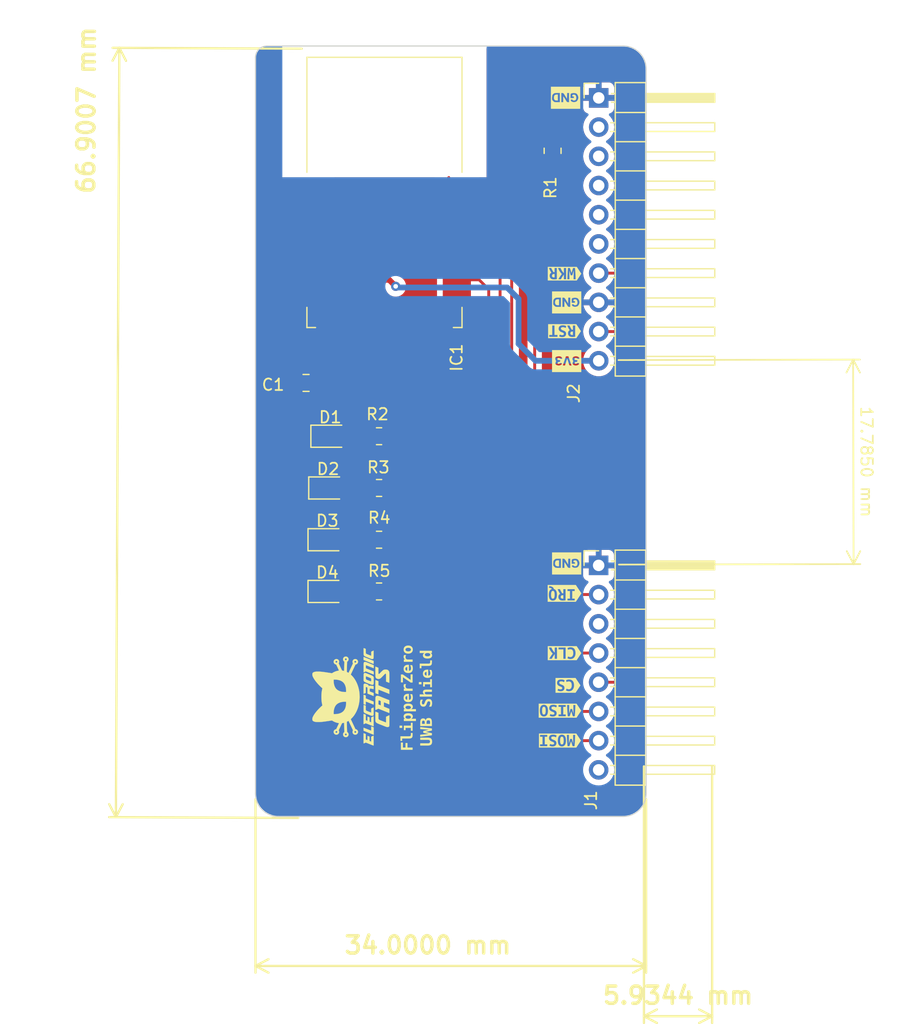
<source format=kicad_pcb>
(kicad_pcb (version 20221018) (generator pcbnew)
  (layers (0 "F.Cu" signal) (31 "B.Cu" signal) (34 "B.Paste" user) (35 "F.Paste" user) (36 "B.SilkS" user "B.Silkscreen") (37 "F.SilkS" user "F.Silkscreen") (38 "B.Mask" user) (39 "F.Mask" user) (44 "Edge.Cuts" user))
  (net 0 "")
  (net 2 "Net-(D1-A)")
  (net 3 "/RSTN")
  (net 5 "+3.3V")
  (net 6 "GND")
  (net 10 "Net-(D2-A)")
  (net 11 "Net-(D3-A)")
  (net 12 "Net-(D4-A)")
  (net 13 "/WKP")
  (net 14 "/CS")
  (net 15 "/MOSI")
  (net 16 "/MISO")
  (net 17 "/CLK")
  (net 18 "/IRQ")
  (net 19 "+5V")
  (net 20 "/LED1")
  (net 21 "/LED2")
  (net 22 "/LED3")
  (net 23 "/LED4")
  (footprint "Aesthetics:GND" (layer "F.Cu") (at 151.1 108 180)
    (fp_text reference "G***" hide)
    (fp_text value "LOGO" hide)
  )
  (footprint "Resistor_SMD:R_0805_2012Metric" (layer "F.Cu") (at 134.7545 105.935 180)
    (fp_text reference "R4" (at -0.0155 1.9055) (layer "F.SilkS"))
    (fp_text value "1K")
    (pad "1" smd roundrect (at -0.9125 0 180) (size 1.025 1.4) (layers "F.Cu" "F.Paste" "F.Mask") (roundrect_rratio 0.243902) (net 22 "/LED3"))
    (pad "2" smd roundrect (at 0.9125 0 180) (size 1.025 1.4) (layers "F.Cu" "F.Paste" "F.Mask") (roundrect_rratio 0.243902) (net 11 "Net-(D3-A)"))
  )
  (footprint "LED_SMD:LED_0805_2012Metric" (layer "F.Cu") (at 130.5045 96.935)
    (fp_text reference "D1" (at 0 -1.65) (layer "F.SilkS"))
    (fp_text value "LED")
    (pad "1" smd roundrect (at -0.9375 0) (size 0.975 1.4) (layers "F.Cu" "F.Paste" "F.Mask") (net 6 "GND"))
    (pad "2" smd roundrect (at 0.9375 0) (size 0.975 1.4) (layers "F.Cu" "F.Paste" "F.Mask") (net 2 "Net-(D1-A)"))
  )
  (footprint "Capacitor_SMD:C_0805_2012Metric" (layer "F.Cu") (at 128.4 92.3)
    (fp_text reference "C1" (at -2.87 0.16) (layer "F.SilkS"))
    (fp_text value "100uF")
    (pad "1" smd roundrect (at -0.95 0) (size 1 1.45) (layers "F.Cu" "F.Paste" "F.Mask") (net 5 "+3.3V"))
    (pad "2" smd roundrect (at 0.95 0) (size 1 1.45) (layers "F.Cu" "F.Paste" "F.Mask") (net 6 "GND"))
  )
  (footprint "kibuzzard-644AA622" (layer "F.Cu") (at 150.5 120.8 180)
    (fp_text reference "kibuzzard-644AA622" hide)
    (fp_text value "G***" hide)
  )
  (footprint "LED_SMD:LED_0805_2012Metric" (layer "F.Cu") (at 130.317 101.435)
    (fp_text reference "D2" (at 0 -1.65) (layer "F.SilkS"))
    (fp_text value "LED")
    (pad "1" smd roundrect (at -0.9375 0) (size 0.975 1.4) (layers "F.Cu" "F.Paste" "F.Mask") (net 6 "GND"))
    (pad "2" smd roundrect (at 0.9375 0) (size 0.975 1.4) (layers "F.Cu" "F.Paste" "F.Mask") (net 10 "Net-(D2-A)"))
  )
  (footprint "kibuzzard-644AA606" (layer "F.Cu") (at 151.2 118.6 180)
    (fp_text reference "kibuzzard-644AA606" hide)
    (fp_text value "G***" hide)
  )
  (footprint "kibuzzard-644AA5E2" (layer "F.Cu") (at 150.9 82.8 180)
    (fp_text reference "kibuzzard-644AA5E2" hide)
    (fp_text value "G***" hide)
  )
  (footprint "kibuzzard-644AA610" (layer "F.Cu") (at 150.9 115.8 180)
    (fp_text reference "kibuzzard-644AA610" hide)
    (fp_text value "G***" hide)
  )
  (footprint "LED_SMD:LED_0805_2012Metric" (layer "F.Cu") (at 130.2545 110.435)
    (fp_text reference "D4" (at 0 -1.65) (layer "F.SilkS"))
    (fp_text value "LED")
    (pad "1" smd roundrect (at -0.9375 0) (size 0.975 1.4) (layers "F.Cu" "F.Paste" "F.Mask") (net 6 "GND"))
    (pad "2" smd roundrect (at 0.9375 0) (size 0.975 1.4) (layers "F.Cu" "F.Paste" "F.Mask") (net 12 "Net-(D4-A)"))
  )
  (footprint "Resistor_SMD:R_0805_2012Metric" (layer "F.Cu") (at 134.7545 110.435 180)
    (fp_text reference "R5" (at -0.0155 1.7855) (layer "F.SilkS"))
    (fp_text value "1K")
    (pad "1" smd roundrect (at -0.9125 0 180) (size 1.025 1.4) (layers "F.Cu" "F.Paste" "F.Mask") (roundrect_rratio 0.243902) (net 23 "/LED4"))
    (pad "2" smd roundrect (at 0.9125 0 180) (size 1.025 1.4) (layers "F.Cu" "F.Paste" "F.Mask") (roundrect_rratio 0.243902) (net 12 "Net-(D4-A)"))
  )
  (footprint "kibuzzard-644AA5EC" (layer "F.Cu") (at 150.9 87.8 180)
    (fp_text reference "kibuzzard-644AA5EC" hide)
    (fp_text value "G***" hide)
  )
  (footprint "Resistor_SMD:R_0805_2012Metric" (layer "F.Cu") (at 134.7545 96.935 180)
    (fp_text reference "R2" (at 0.1405 1.9115) (layer "F.SilkS"))
    (fp_text value "1K")
    (pad "1" smd roundrect (at -0.9125 0 180) (size 1.025 1.4) (layers "F.Cu" "F.Paste" "F.Mask") (roundrect_rratio 0.243902) (net 20 "/LED1"))
    (pad "2" smd roundrect (at 0.9125 0 180) (size 1.025 1.4) (layers "F.Cu" "F.Paste" "F.Mask") (roundrect_rratio 0.243902) (net 2 "Net-(D1-A)"))
  )
  (footprint "Resistor_SMD:R_0805_2012Metric" (layer "F.Cu") (at 149.86 72.1146 90)
    (fp_text reference "R1" (at -3.2125 -0.19 90) (layer "F.SilkS"))
    (fp_text value "1K")
    (pad "1" smd roundrect (at -0.9125 0 90) (size 1.025 1.4) (layers "F.Cu" "F.Paste" "F.Mask") (roundrect_rratio 0.243902) (net 18 "/IRQ"))
    (pad "2" smd roundrect (at 0.9125 0 90) (size 1.025 1.4) (layers "F.Cu" "F.Paste" "F.Mask") (roundrect_rratio 0.243902) (net 6 "GND"))
  )
  (footprint "Aesthetics:3v3" (layer "F.Cu") (at 151.1 90.4 180)
    (fp_text reference "G***" hide)
    (fp_text value "LOGO" hide)
  )
  (footprint "Connector_PinHeader_2.54mm:PinHeader_1x10_P2.54mm_Horizontal" (layer "F.Cu") (at 153.8732 67.5132)
    (fp_text reference "J2" (at -2.1732 25.6868 90) (layer "F.SilkS"))
    (fp_text value "Conn_01x10_Socket")
    (pad "1" thru_hole rect (at 0 0) (size 1.7 1.7) (drill 1) (layers "*.Cu" "*.Mask") (net 6 "GND"))
    (pad "2" thru_hole oval (at 0 2.54) (size 1.7 1.7) (drill 1) (layers "*.Cu" "*.Mask"))
    (pad "3" thru_hole oval (at 0 5.08) (size 1.7 1.7) (drill 1) (layers "*.Cu" "*.Mask"))
    (pad "4" thru_hole oval (at 0 7.62) (size 1.7 1.7) (drill 1) (layers "*.Cu" "*.Mask"))
    (pad "5" thru_hole oval (at 0 10.16) (size 1.7 1.7) (drill 1) (layers "*.Cu" "*.Mask"))
    (pad "6" thru_hole oval (at 0 12.7) (size 1.7 1.7) (drill 1) (layers "*.Cu" "*.Mask"))
    (pad "7" thru_hole oval (at 0 15.24) (size 1.7 1.7) (drill 1) (layers "*.Cu" "*.Mask") (net 13 "/WKP"))
    (pad "8" thru_hole oval (at 0 17.78) (size 1.7 1.7) (drill 1) (layers "*.Cu" "*.Mask") (net 6 "GND"))
    (pad "9" thru_hole oval (at 0 20.32) (size 1.7 1.7) (drill 1) (layers "*.Cu" "*.Mask") (net 3 "/RSTN"))
    (pad "10" thru_hole oval (at 0 22.86) (size 1.7 1.7) (drill 1) (layers "*.Cu" "*.Mask") (net 5 "+3.3V"))
  )
  (footprint "LED_SMD:LED_0805_2012Metric" (layer "F.Cu") (at 130.2545 105.935)
    (fp_text reference "D3" (at 0 -1.65) (layer "F.SilkS"))
    (fp_text value "LED")
    (pad "1" smd roundrect (at -0.9375 0) (size 0.975 1.4) (layers "F.Cu" "F.Paste" "F.Mask") (net 6 "GND"))
    (pad "2" smd roundrect (at 0.9375 0) (size 0.975 1.4) (layers "F.Cu" "F.Paste" "F.Mask") (net 11 "Net-(D3-A)"))
  )
  (footprint "Aesthetics:electronic_cats_logo_8x6" (layer "F.Cu") (at 132.3 119.6 90)
    (fp_text reference "G***" hide)
    (fp_text value "LOGO" hide)
  )
  (footprint "Connector_PinHeader_2.54mm:PinHeader_1x08_P2.54mm_Horizontal" (layer "F.Cu") (at 153.867 108.1682)
    (fp_text reference "J1" (at -0.667 20.4318 90) (layer "F.SilkS"))
    (fp_text value "Conn_01x08_Socket")
    (pad "1" thru_hole rect (at 0 0) (size 1.7 1.7) (drill 1) (layers "*.Cu" "*.Mask") (net 6 "GND"))
    (pad "2" thru_hole oval (at 0 2.54) (size 1.7 1.7) (drill 1) (layers "*.Cu" "*.Mask") (net 18 "/IRQ"))
    (pad "3" thru_hole oval (at 0 5.08) (size 1.7 1.7) (drill 1) (layers "*.Cu" "*.Mask"))
    (pad "4" thru_hole oval (at 0 7.62) (size 1.7 1.7) (drill 1) (layers "*.Cu" "*.Mask") (net 17 "/CLK"))
    (pad "5" thru_hole oval (at 0 10.16) (size 1.7 1.7) (drill 1) (layers "*.Cu" "*.Mask") (net 14 "/CS"))
    (pad "6" thru_hole oval (at 0 12.7) (size 1.7 1.7) (drill 1) (layers "*.Cu" "*.Mask") (net 16 "/MISO"))
    (pad "7" thru_hole oval (at 0 15.24) (size 1.7 1.7) (drill 1) (layers "*.Cu" "*.Mask") (net 15 "/MOSI"))
    (pad "8" thru_hole oval (at 0 17.78) (size 1.7 1.7) (drill 1) (layers "*.Cu" "*.Mask") (net 19 "+5V"))
  )
  (footprint "Aesthetics:GND" (layer "F.Cu") (at 151 67.5 180)
    (fp_text reference "G***" hide)
    (fp_text value "LOGO" hide)
  )
  (footprint "RF_Module:DWM1000" (layer "F.Cu") (at 135.224 75.7333)
    (fp_text reference "IC1" (at 6.276 14.3667 90) (layer "F.SilkS"))
    (fp_text value "DWM1000")
    (pad "1" smd rect (at -6.3 -0.7988 90) (size 1 2.45) (layers "F.Cu" "F.Paste" "F.Mask"))
    (pad "2" smd rect (at -6.3 0.6012 90) (size 1 2.45) (layers "F.Cu" "F.Paste" "F.Mask") (net 13 "/WKP"))
    (pad "3" smd rect (at -6.3 2.0012 90) (size 1 2.45) (layers "F.Cu" "F.Paste" "F.Mask") (net 3 "/RSTN"))
    (pad "4" smd rect (at -6.3 3.4012 90) (size 1 2.45) (layers "F.Cu" "F.Paste" "F.Mask"))
    (pad "5" smd rect (at -6.3 4.8012 90) (size 1 2.45) (layers "F.Cu" "F.Paste" "F.Mask") (net 5 "+3.3V"))
    (pad "6" smd rect (at -6.3 6.2012 90) (size 1 2.45) (layers "F.Cu" "F.Paste" "F.Mask") (net 5 "+3.3V"))
    (pad "7" smd rect (at -6.3 7.6012 90) (size 1 2.45) (layers "F.Cu" "F.Paste" "F.Mask") (net 5 "+3.3V"))
    (pad "8" smd rect (at -6.3 9.0012 90) (size 1 2.45) (layers "F.Cu" "F.Paste" "F.Mask") (net 6 "GND"))
    (pad "9" smd rect (at -4.9 11.2962) (size 1 2.45) (layers "F.Cu" "F.Paste" "F.Mask"))
    (pad "10" smd rect (at -3.5 11.2962) (size 1 2.45) (layers "F.Cu" "F.Paste" "F.Mask"))
    (pad "11" smd rect (at -2.1 11.2962) (size 1 2.45) (layers "F.Cu" "F.Paste" "F.Mask"))
    (pad "12" smd rect (at -0.7 11.2962) (size 1 2.45) (layers "F.Cu" "F.Paste" "F.Mask") (net 20 "/LED1"))
    (pad "13" smd rect (at 0.7 11.2962) (size 1 2.45) (layers "F.Cu" "F.Paste" "F.Mask") (net 21 "/LED2"))
    (pad "14" smd rect (at 2.1 11.2962) (size 1 2.45) (layers "F.Cu" "F.Paste" "F.Mask") (net 22 "/LED3"))
    (pad "15" smd rect (at 3.5 11.2962) (size 1 2.45) (layers "F.Cu" "F.Paste" "F.Mask") (net 23 "/LED4"))
    (pad "16" smd rect (at 4.9 11.2962) (size 1 2.45) (layers "F.Cu" "F.Paste" "F.Mask") (net 6 "GND"))
    (pad "17" smd rect (at 6.3 9 90) (size 1 2.45) (layers "F.Cu" "F.Paste" "F.Mask") (net 14 "/CS"))
    (pad "18" smd rect (at 6.3 7.6 90) (size 1 2.45) (layers "F.Cu" "F.Paste" "F.Mask") (net 15 "/MOSI"))
    (pad "19" smd rect (at 6.3 6.2012 90) (size 1 2.45) (layers "F.Cu" "F.Paste" "F.Mask") (net 16 "/MISO"))
    (pad "20" smd rect (at 6.3 4.8012 90) (size 1 2.45) (layers "F.Cu" "F.Paste" "F.Mask") (net 17 "/CLK"))
    (pad "21" smd rect (at 6.3 3.4012 90) (size 1 2.45) (layers "F.Cu" "F.Paste" "F.Mask") (net 6 "GND"))
    (pad "22" smd rect (at 6.3 2.0012 90) (size 1 2.45) (layers "F.Cu" "F.Paste" "F.Mask") (net 18 "/IRQ"))
    (pad "23" smd rect (at 6.3 0.6012 90) (size 1 2.45) (layers "F.Cu" "F.Paste" "F.Mask") (net 6 "GND"))
    (pad "24" smd rect (at 6.3 -0.7988 90) (size 1 2.45) (layers "F.Cu" "F.Paste" "F.Mask") (net 6 "GND"))
    (zone (net 0) (net_name "") (layers "*.Cu") (connect_pads (clearance 0)) (min_thickness 0.254)
      (keepout (tracks not_allowed) (vias not_allowed) (pads not_allowed) (copperpour not_allowed) (footprints not_allowed))
      (fill (thermal_gap 0.508) (thermal_bridge_width 0.508))
      (polygon (pts (xy 126.334 74.4133) (xy 144.114 74.4133) (xy 144.114 63.0333) (xy 126.334 63.0333)))
    )
  )
  (footprint "kibuzzard-644AA5FA" (layer "F.Cu") (at 150.9 110.6 180)
    (fp_text reference "kibuzzard-644AA5FA" hide)
    (fp_text value "G***" hide)
  )
  (footprint "Aesthetics:GND" (layer "F.Cu") (at 151.1 85.3 180)
    (fp_text reference "G***" hide)
    (fp_text value "LOGO" hide)
  )
  (footprint "Resistor_SMD:R_0805_2012Metric" (layer "F.Cu") (at 134.7545 101.435 180)
    (fp_text reference "R3" (at 0.0625 1.7905) (layer "F.SilkS"))
    (fp_text value "1K")
    (pad "1" smd roundrect (at -0.9125 0 180) (size 1.025 1.4) (layers "F.Cu" "F.Paste" "F.Mask") (roundrect_rratio 0.243902) (net 21 "/LED2"))
    (pad "2" smd roundrect (at 0.9125 0 180) (size 1.025 1.4) (layers "F.Cu" "F.Paste" "F.Mask") (roundrect_rratio 0.243902) (net 10 "Net-(D2-A)"))
  )
  (footprint "kibuzzard-644AA62C" (layer "F.Cu") (at 150.5 123.4 180)
    (fp_text reference "kibuzzard-644AA62C" hide)
    (fp_text value "G***" hide)
  )
  (gr_line (start 158 65) (end 158 128) (stroke (width 0.1)) (layer "Edge.Cuts"))
  (gr_arc (start 156 63) (mid 157.414214 63.585786) (end 158 65) (stroke (width 0.1)) (layer "Edge.Cuts"))
  (gr_arc (start 126 130) (mid 124.585786 129.414214) (end 124 128) (stroke (width 0.1)) (layer "Edge.Cuts"))
  (gr_arc (start 158 128) (mid 157.414214 129.414214) (end 156 130) (stroke (width 0.1)) (layer "Edge.Cuts"))
  (gr_arc (start 124 64) (mid 124.292893 63.292893) (end 125 63) (stroke (width 0.1)) (layer "Edge.Cuts"))
  (gr_line (start 156 130) (end 126 130) (stroke (width 0.1)) (layer "Edge.Cuts"))
  (gr_line (start 124 128) (end 124 64) (stroke (width 0.1)) (layer "Edge.Cuts"))
  (gr_line (start 125 63) (end 156 63) (stroke (width 0.1)) (layer "Edge.Cuts"))
  (gr_text "FlipperZero\nUWB Shield" (at 138.1 119.7 90) (layer "F.SilkS") (effects (font (size 1 1) (thickness 0.25) bold)))
  (dimension (type aligned) (layer "F.SilkS") (pts (xy 128.524 63.2345) (xy 128.224 130.1345)) (height 16.376324) (gr_text "66.9007 mm" (at 109.274 68.5845 89.74306998) (layer "F.SilkS") (effects (font (size 1.5 1.5) (thickness 0.3)))) (format (prefix "") (suffix "") (units 3) (units_format 1) (precision 4)) (style (thickness 0.2) (arrow_length 1.27) (text_position_mode 2) (extension_height 0.58642) (extension_offset 0.5) keep_text_aligned))
  (dimension (type aligned) (layer "F.SilkS") (pts (xy 124 128) (xy 158 128)) (height 15) (gr_text "34.0000 mm" (at 139 141.2) (layer "F.SilkS") (effects (font (size 1.5 1.5) (thickness 0.3)))) (format (prefix "") (suffix "") (units 3) (units_format 1) (precision 4)) (style (thickness 0.2) (arrow_length 1.27) (text_position_mode 2) (extension_height 0.58642) (extension_offset 0.5) keep_text_aligned))
  (dimension (type aligned) (layer "F.SilkS") (pts (xy 155.096714 90.31278) (xy 155.131714 108.09778)) (height -20.925327) (gr_text "17.7850 mm" (at 177.189498 99.161837 270.1127551) (layer "F.SilkS") (effects (font (size 1 1) (thickness 0.15)))) (format (prefix "") (suffix "") (units 3) (units_format 1) (precision 4)) (style (thickness 0.15) (arrow_length 1.27) (text_position_mode 0) (extension_height 0.58642) (extension_offset 0.5) keep_text_aligned))
  (dimension (type aligned) (layer "F.SilkS") (pts (xy 157.8102 125.1458) (xy 163.7446 125.1458)) (height 22.225) (gr_text "5.9344 mm" (at 160.7774 145.5708) (layer "F.SilkS") (effects (font (size 1.5 1.5) (thickness 0.3)))) (format (prefix "") (suffix "") (units 3) (units_format 1) (precision 4)) (style (thickness 0.2) (arrow_length 1.27) (text_position_mode 0) (extension_height 0.58642) (extension_offset 0.5) keep_text_aligned))
  (segment (start 131.442 96.935) (end 133.842 96.935) (width 0.25) (layer "F.Cu") (net 2))
  (segment (start 156.7 88.8) (end 155.7332 87.8332) (width 0.25) (layer "F.Cu") (net 3))
  (segment (start 129.1732 128.4732) (end 155.5268 128.4732) (width 0.25) (layer "F.Cu") (net 3))
  (segment (start 156.7 127.3) (end 156.7 88.8) (width 0.25) (layer "F.Cu") (net 3))
  (segment (start 125.9 125.2) (end 129.1732 128.4732) (width 0.25) (layer "F.Cu") (net 3))
  (segment (start 125.9 79.078) (end 125.9 125.2) (width 0.25) (layer "F.Cu") (net 3))
  (segment (start 155.7332 87.8332) (end 153.8732 87.8332) (width 0.25) (layer "F.Cu") (net 3))
  (segment (start 127.2435 77.7345) (end 125.9 79.078) (width 0.25) (layer "F.Cu") (net 3))
  (segment (start 155.5268 128.4732) (end 156.7 127.3) (width 0.25) (layer "F.Cu") (net 3))
  (segment (start 128.924 77.7345) (end 127.2435 77.7345) (width 0.25) (layer "F.Cu") (net 3))
  (segment (start 128.924 80.5345) (end 128.924 81.9345) (width 0.5) (layer "F.Cu") (net 5))
  (segment (start 126.7 83.8) (end 126.7 91.55) (width 0.5) (layer "F.Cu") (net 5))
  (segment (start 135.6345 83.3345) (end 128.924 83.3345) (width 0.5) (layer "F.Cu") (net 5))
  (segment (start 136.2 83.9) (end 135.6345 83.3345) (width 0.5) (layer "F.Cu") (net 5))
  (segment (start 127.1655 83.3345) (end 126.7 83.8) (width 0.5) (layer "F.Cu") (net 5))
  (segment (start 128.924 83.3345) (end 127.1655 83.3345) (width 0.5) (layer "F.Cu") (net 5))
  (segment (start 126.7 91.55) (end 127.45 92.3) (width 0.5) (layer "F.Cu") (net 5))
  (segment (start 128.924 81.9345) (end 128.924 83.3345) (width 0.5) (layer "F.Cu") (net 5))
  (via (at 136.2 83.9) (size 0.8) (drill 0.4) (layers "F.Cu" "B.Cu") (net 5))
  (segment (start 153.8732 90.3732) (end 148.3732 90.3732) (width 0.5) (layer "B.Cu") (net 5))
  (segment (start 145.9 84) (end 136.3 84) (width 0.5) (layer "B.Cu") (net 5))
  (segment (start 148.3732 90.3732) (end 146.9 88.9) (width 0.5) (layer "B.Cu") (net 5))
  (segment (start 146.9 85) (end 145.9 84) (width 0.5) (layer "B.Cu") (net 5))
  (segment (start 136.3 84) (end 136.2 83.9) (width 0.5) (layer "B.Cu") (net 5))
  (segment (start 146.9 88.9) (end 146.9 85) (width 0.5) (layer "B.Cu") (net 5))
  (segment (start 129.567 96.935) (end 129.5545 96.9225) (width 0.25) (layer "F.Cu") (net 6))
  (segment (start 140.824 74.4357) (end 140.824 75.8357) (width 0.25) (layer "F.Cu") (net 6))
  (segment (start 129.5545 96.9225) (end 129.3795 97.0975) (width 0.25) (layer "F.Cu") (net 6))
  (segment (start 131.2545 101.435) (end 133.842 101.435) (width 0.25) (layer "F.Cu") (net 10))
  (segment (start 131.192 105.935) (end 133.842 105.935) (width 0.25) (layer "F.Cu") (net 11))
  (segment (start 131.192 110.435) (end 133.842 110.435) (width 0.25) (layer "F.Cu") (net 12))
  (segment (start 156.7532 82.7532) (end 157.48 83.48) (width 0.25) (layer "F.Cu") (net 13))
  (segment (start 157.48 128.1684) (end 156.3116 129.3368) (width 0.25) (layer "F.Cu") (net 13))
  (segment (start 156.3116 129.3368) (end 128.1368 129.3368) (width 0.25) (layer "F.Cu") (net 13))
  (segment (start 125 126.2) (end 125 78.7835) (width 0.25) (layer "F.Cu") (net 13))
  (segment (start 153.8732 82.7532) (end 156.7532 82.7532) (width 0.25) (layer "F.Cu") (net 13))
  (segment (start 157.48 83.48) (end 157.48 128.1684) (width 0.25) (layer "F.Cu") (net 13))
  (segment (start 128.1368 129.3368) (end 125 126.2) (width 0.25) (layer "F.Cu") (net 13))
  (segment (start 125 78.7835) (end 127.449 76.3345) (width 0.25) (layer "F.Cu") (net 13))
  (segment (start 127.449 76.3345) (end 128.924 76.3345) (width 0.25) (layer "F.Cu") (net 13))
  (segment (start 143.2052 126.2052) (end 144.6 127.6) (width 0.25) (layer "F.Cu") (net 14))
  (segment (start 142.5333 84.7333) (end 141.524 84.7333) (width 0.25) (layer "F.Cu") (net 14))
  (segment (start 155.6282 118.3282) (end 153.867 118.3282) (width 0.25) (layer "F.Cu") (net 14))
  (segment (start 143.2052 120.2944) (end 143.2052 126.2052) (width 0.25) (layer "F.Cu") (net 14))
  (segment (start 156.1 118.8) (end 155.6282 118.3282) (width 0.25) (layer "F.Cu") (net 14))
  (segment (start 143.2052 85.4052) (end 142.5333 84.7333) (width 0.25) (layer "F.Cu") (net 14))
  (segment (start 143.2052 120.2944) (end 143.2052 85.4052) (width 0.25) (layer "F.Cu") (net 14))
  (segment (start 144.6 127.6) (end 155.1 127.6) (width 0.25) (layer "F.Cu") (net 14))
  (segment (start 156.1 126.6) (end 156.1 118.8) (width 0.25) (layer "F.Cu") (net 14))
  (segment (start 143.2052 120.4781) (end 143.2052 120.2944) (width 0.25) (layer "F.Cu") (net 14))
  (segment (start 155.1 127.6) (end 156.1 126.6) (width 0.25) (layer "F.Cu") (net 14))
  (segment (start 144.3 122.8) (end 144.3 84.16715) (width 0.25) (layer "F.Cu") (net 15))
  (segment (start 143.46615 83.3333) (end 141.524 83.3333) (width 0.25) (layer "F.Cu") (net 15))
  (segment (start 144.3 84.16715) (end 143.46615 83.3333) (width 0.25) (layer "F.Cu") (net 15))
  (segment (start 144.9082 123.4082) (end 144.3 122.8) (width 0.25) (layer "F.Cu") (net 15))
  (segment (start 153.867 123.4082) (end 144.9082 123.4082) (width 0.25) (layer "F.Cu") (net 15))
  (segment (start 144.0345 81.9345) (end 141.524 81.9345) (width 0.25) (layer "F.Cu") (net 16))
  (segment (start 145.288 83.188) (end 144.0345 81.9345) (width 0.25) (layer "F.Cu") (net 16))
  (segment (start 153.867 120.8682) (end 146.3698 120.8682) (width 0.25) (layer "F.Cu") (net 16))
  (segment (start 146.3698 120.8682) (end 145.288 119.7864) (width 0.25) (layer "F.Cu") (net 16))
  (segment (start 145.288 119.7864) (end 145.288 83.188) (width 0.25) (layer "F.Cu") (net 16))
  (segment (start 147.7101 115.7882) (end 146.3 114.3781) (width 0.25) (layer "F.Cu") (net 17))
  (segment (start 146.3 82.7) (end 144.1345 80.5345) (width 0.25) (layer "F.Cu") (net 17))
  (segment (start 144.1345 80.5345) (end 141.524 80.5345) (width 0.25) (layer "F.Cu") (net 17))
  (segment (start 153.867 115.7882) (end 147.7101 115.7882) (width 0.25) (layer "F.Cu") (net 17))
  (segment (start 146.3 114.3781) (end 146.3 82.7) (width 0.25) (layer "F.Cu") (net 17))
  (segment (start 148.3 76.7) (end 148.3 73.4) (width 0.25) (layer "F.Cu") (net 18))
  (segment (start 148.3 110.5) (end 148.5 110.7) (width 0.25) (layer "F.Cu") (net 18))
  (segment (start 153.867 110.7082) (end 153.8588 110.7) (width 0.25) (layer "F.Cu") (net 18))
  (segment (start 148.3 77.9) (end 148.3 78) (width 0.25) (layer "F.Cu") (net 18))
  (segment (start 148.3 76.7) (end 148.3 77.7) (width 0.25) (layer "F.Cu") (net 18))
  (segment (start 148.3 77.7) (end 148.3 77.9) (width 0.25) (layer "F.Cu") (net 18))
  (segment (start 148.3 78) (end 148.3 110.5) (width 0.25) (layer "F.Cu") (net 18))
  (segment (start 148.0655 77.7345) (end 148.3 77.5) (width 0.25) (layer "F.Cu") (net 18))
  (segment (start 148.3 77.4) (end 148.3 76.7) (width 0.25) (layer "F.Cu") (net 18))
  (segment (start 148.6729 73.0271) (end 149.86 73.0271) (width 0.25) (layer "F.Cu") (net 18))
  (segment (start 153.8588 110.7) (end 148.5 110.7) (width 0.25) (layer "F.Cu") (net 18))
  (segment (start 148.3 73.4) (end 148.6729 73.0271) (width 0.25) (layer "F.Cu") (net 18))
  (segment (start 141.524 77.7345) (end 148.0655 77.7345) (width 0.25) (layer "F.Cu") (net 18))
  (segment (start 148.0655 77.7345) (end 148.1345 77.7345) (width 0.25) (layer "F.Cu") (net 18))
  (segment (start 148.1345 77.7345) (end 148.3 77.9) (width 0.25) (layer "F.Cu") (net 18))
  (segment (start 134.524 94.524) (end 134.524 87.0295) (width 0.25) (layer "F.Cu") (net 20))
  (segment (start 135.667 96.935) (end 135.667 95.667) (width 0.25) (layer "F.Cu") (net 20))
  (segment (start 135.667 96.935) (end 136.0045 96.5975) (width 0.25) (layer "F.Cu") (net 20))
  (segment (start 135.667 95.667) (end 134.524 94.524) (width 0.25) (layer "F.Cu") (net 20))
  (segment (start 136.565 101.435) (end 137 101) (width 0.25) (layer "F.Cu") (net 21))
  (segment (start 135.667 101.435) (end 136.565 101.435) (width 0.25) (layer "F.Cu") (net 21))
  (segment (start 137 89.9) (end 135.924 88.824) (width 0.25) (layer "F.Cu") (net 21))
  (segment (start 135.924 88.824) (end 135.924 87.0295) (width 0.25) (layer "F.Cu") (net 21))
  (segment (start 137 101) (end 137 89.9) (width 0.25) (layer "F.Cu") (net 21))
  (segment (start 137.899 87.6045) (end 137.899 88.5785) (width 0.25) (layer "F.Cu") (net 22))
  (segment (start 137.899 88.5785) (end 137.9 88.5795) (width 0.25) (layer "F.Cu") (net 22))
  (segment (start 137.9 104.9) (end 136.865 105.935) (width 0.25) (layer "F.Cu") (net 22))
  (segment (start 136.865 105.935) (end 135.667 105.935) (width 0.25) (layer "F.Cu") (net 22))
  (segment (start 137.324 87.0295) (end 137.899 87.6045) (width 0.25) (layer "F.Cu") (net 22))
  (segment (start 137.9 88.5795) (end 137.9 104.9) (width 0.25) (layer "F.Cu") (net 22))
  (segment (start 137.365 110.435) (end 138.724 109.076) (width 0.25) (layer "F.Cu") (net 23))
  (segment (start 135.667 110.435) (end 137.365 110.435) (width 0.25) (layer "F.Cu") (net 23))
  (segment (start 138.724 109.076) (end 138.724 87.0295) (width 0.25) (layer "F.Cu") (net 23))
  (zone (net 6) (net_name "GND") (layer "F.Cu") (connect_pads (clearance 0.5)) (min_thickness 0.5) (fill yes (thermal_gap 0.5) (thermal_bridge_width 0.5))
    (polygon (pts (xy 121 59) (xy 162 59) (xy 162 134) (xy 121 134)))
  )
  (zone (net 6) (net_name "GND") (layer "B.Cu") (priority 1) (connect_pads (clearance 0.5)) (min_thickness 0.25) (fill yes (thermal_gap 0.5) (thermal_bridge_width 0.5))
    (polygon (pts (xy 121 134) (xy 162 134) (xy 162 59) (xy 121 59)))
  )
)
</source>
